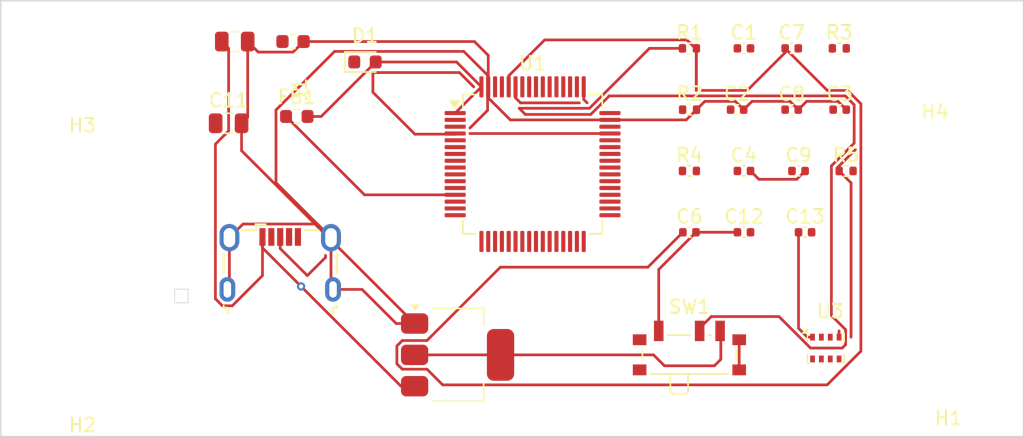
<source format=kicad_pcb>
(kicad_pcb (version 20241229) (generator "pcbnew") (generator_version "9.0")
  (layers (0 "F.Cu" signal) (2 "B.Cu" signal) (13 "F.Paste" user) (15 "B.Paste" user) (5 "F.SilkS" user "F.Silkscreen") (7 "B.SilkS" user "B.Silkscreen") (1 "F.Mask" user) (3 "B.Mask" user) (25 "Edge.Cuts" user))
  (net 0 "")
  (net 1 "GND")
  (net 2 "+3.3V")
  (net 3 "+3.3VA")
  (net 4 "/NRST")
  (net 5 "VBUS")
  (net 6 "Net-(D1-K)")
  (net 8 "/USB_OTG_FS_DM-")
  (net 9 "/USB_OTG_FS_DP+")
  (net 10 "/SW_BOOT0")
  (net 11 "/BOOT0")
  (net 12 "Net-(U3-SDO)")
  (net 13 "/I2C1_SCL")
  (net 14 "/I2C1_SDA")
  (net 26 "unconnected-(U1-PA14-Pad49)")
  (net 60 "unconnected-(U1-PC15-Pad4)")
  (footprint "Capacitor_SMD:C_0402_1005Metric" (layer "F.Cu") (at 166.5 96)
    (property "Reference" "C6" (at 0 -1.16 0) (layer "F.SilkS"))
    (property "Value" "10n")
    (fp_line (start -0.107836 -0.36) (end 0.107836 -0.36) (stroke (width 0.12)) (layer "F.SilkS"))
    (fp_line (start -0.107836 0.36) (end 0.107836 0.36) (stroke (width 0.12)) (layer "F.SilkS"))
    (pad "1" smd roundrect (at -0.48 0) (size 0.56 0.62) (layers "F.Cu" "F.Mask" "F.Paste") (net 3 "+3.3VA"))
    (pad "2" smd roundrect (at 0.48 0) (size 0.56 0.62) (layers "F.Cu" "F.Mask" "F.Paste") (net 1 "GND"))
  )
  (footprint "Connector_USB:USB_Micro-B_Wuerth_629105150521" (layer "F.Cu") (at 136.495 98.245)
    (property "Reference" "J1" (at 1.4375 -12.725 270) (layer "F.SilkS"))
    (property "Value" "USB_B_Micro")
    (fp_line (start -4.15 -0.65) (end -4.15 0.75) (stroke (width 0.15)) (layer "F.SilkS"))
    (fp_line (start -4.15 3.15) (end -4.15 3.3) (stroke (width 0.15)) (layer "F.SilkS"))
    (fp_line (start -4.15 3.3) (end -3.85 3.3) (stroke (width 0.15)) (layer "F.SilkS"))
    (fp_line (start -3.85 3.3) (end -3.85 3.75) (stroke (width 0.15)) (layer "F.SilkS"))
    (fp_line (start -1.8 -2.825) (end -1.8 -2.4) (stroke (width 0.15)) (layer "F.SilkS"))
    (fp_line (start -1.8 -2.4) (end -2.8 -2.4) (stroke (width 0.15)) (layer "F.SilkS"))
    (fp_line (start -1.075 -2.825) (end -1.8 -2.825) (stroke (width 0.15)) (layer "F.SilkS"))
    (fp_line (start 1.8 -2.4) (end 2.8 -2.4) (stroke (width 0.15)) (layer "F.SilkS"))
    (fp_line (start 3.85 3.3) (end 4.15 3.3) (stroke (width 0.15)) (layer "F.SilkS"))
    (fp_line (start 3.85 3.75) (end 3.85 3.3) (stroke (width 0.15)) (layer "F.SilkS"))
    (fp_line (start 4.15 0.75) (end 4.15 -0.65) (stroke (width 0.15)) (layer "F.SilkS"))
    (fp_line (start 4.15 3.3) (end 4.15 3.15) (stroke (width 0.15)) (layer "F.SilkS"))
    (pad "" np_thru_hole oval (at -2.5 -0.8) (size 0.8 0.8) (drill 0.8) (layers "*.Cu" "*.Mask"))
    (pad "" np_thru_hole oval (at 2.5 -0.8) (size 0.8 0.8) (drill 0.8) (layers "*.Cu" "*.Mask"))
    (pad "1" smd rect (at -1.3 -1.9) (size 0.45 1.3) (layers "F.Cu" "F.Mask" "F.Paste") (net 5 "VBUS"))
    (pad "2" smd rect (at -0.65 -1.9) (size 0.45 1.3) (layers "F.Cu" "F.Mask" "F.Paste") (net 8 "/USB_OTG_FS_DM-"))
    (pad "3" smd rect (at 0 -1.9) (size 0.45 1.3) (layers "F.Cu" "F.Mask" "F.Paste") (net 9 "/USB_OTG_FS_DP+"))
    (pad "4" smd rect (at 0.65 -1.9) (size 0.45 1.3) (layers "F.Cu" "F.Mask" "F.Paste"))
    (pad "5" smd rect (at 1.3 -1.9) (size 0.45 1.3) (layers "F.Cu" "F.Mask" "F.Paste") (net 1 "GND"))
    (pad "6" thru_hole oval (at -3.875 1.95) (size 1.15 1.8) (drill oval 0.55 1.2) (property pad_prop_heatsink) (layers "*.Cu" "*.Mask") (net 1 "GND"))
    (pad "6" thru_hole oval (at -3.725 -1.85) (size 1.45 2) (drill oval 0.85 1.4) (property pad_prop_heatsink) (layers "*.Cu" "*.Mask") (net 1 "GND"))
    (pad "6" thru_hole oval (at 3.725 -1.85) (size 1.45 2) (drill oval 0.85 1.4) (property pad_prop_heatsink) (layers "*.Cu" "*.Mask") (net 1 "GND"))
    (pad "6" thru_hole oval (at 3.875 1.95) (size 1.15 1.8) (drill oval 0.55 1.2) (property pad_prop_heatsink) (layers "*.Cu" "*.Mask") (net 1 "GND"))
  )
  (footprint "Capacitor_SMD:C_0402_1005Metric" (layer "F.Cu") (at 170.5 82.5)
    (property "Reference" "C1" (at 0 -1.16 0) (layer "F.SilkS"))
    (property "Value" "100n")
    (fp_line (start -0.107836 -0.36) (end 0.107836 -0.36) (stroke (width 0.12)) (layer "F.SilkS"))
    (fp_line (start -0.107836 0.36) (end 0.107836 0.36) (stroke (width 0.12)) (layer "F.SilkS"))
    (pad "1" smd roundrect (at -0.48 0) (size 0.56 0.62) (layers "F.Cu" "F.Mask" "F.Paste") (net 2 "+3.3V"))
    (pad "2" smd roundrect (at 0.48 0) (size 0.56 0.62) (layers "F.Cu" "F.Mask" "F.Paste") (net 1 "GND"))
  )
  (footprint "Capacitor_SMD:C_0402_1005Metric" (layer "F.Cu") (at 174 87)
    (property "Reference" "C8" (at 0 -1.16 0) (layer "F.SilkS"))
    (property "Value" "1u")
    (fp_line (start -0.107836 -0.36) (end 0.107836 -0.36) (stroke (width 0.12)) (layer "F.SilkS"))
    (fp_line (start -0.107836 0.36) (end 0.107836 0.36) (stroke (width 0.12)) (layer "F.SilkS"))
    (pad "1" smd roundrect (at -0.48 0) (size 0.56 0.62) (layers "F.Cu" "F.Mask" "F.Paste") (net 2 "+3.3V"))
    (pad "2" smd roundrect (at 0.48 0) (size 0.56 0.62) (layers "F.Cu" "F.Mask" "F.Paste") (net 1 "GND"))
  )
  (footprint "Capacitor_SMD:C_0402_1005Metric" (layer "F.Cu") (at 174 82.5)
    (property "Reference" "C7" (at 0 -1.16 0) (layer "F.SilkS"))
    (property "Value" "1u")
    (fp_line (start -0.107836 -0.36) (end 0.107836 -0.36) (stroke (width 0.12)) (layer "F.SilkS"))
    (fp_line (start -0.107836 0.36) (end 0.107836 0.36) (stroke (width 0.12)) (layer "F.SilkS"))
    (pad "1" smd roundrect (at -0.48 0) (size 0.56 0.62) (layers "F.Cu" "F.Mask" "F.Paste") (net 3 "+3.3VA"))
    (pad "2" smd roundrect (at 0.48 0) (size 0.56 0.62) (layers "F.Cu" "F.Mask" "F.Paste") (net 1 "GND"))
  )
  (footprint "Inductor_SMD:L_0603_1608Metric" (layer "F.Cu") (at 137.7125 87.5)
    (property "Reference" "FB1" (at 0 -1.43 0) (layer "F.SilkS"))
    (property "Value" "120R")
    (fp_line (start -0.162779 -0.51) (end 0.162779 -0.51) (stroke (width 0.12)) (layer "F.SilkS"))
    (fp_line (start -0.162779 0.51) (end 0.162779 0.51) (stroke (width 0.12)) (layer "F.SilkS"))
    (pad "1" smd roundrect (at -0.7875 0) (size 0.875 0.95) (layers "F.Cu" "F.Mask" "F.Paste") (net 3 "+3.3VA"))
    (pad "2" smd roundrect (at 0.7875 0) (size 0.875 0.95) (layers "F.Cu" "F.Mask" "F.Paste") (net 2 "+3.3V"))
  )
  (footprint "Resistor_SMD:R_0402_1005Metric" (layer "F.Cu") (at 166.5 91.5)
    (property "Reference" "R4" (at 0 -1.17 0) (layer "F.SilkS"))
    (property "Value" "10k")
    (fp_line (start -0.153641 -0.38) (end 0.153641 -0.38) (stroke (width 0.12)) (layer "F.SilkS"))
    (fp_line (start -0.153641 0.38) (end 0.153641 0.38) (stroke (width 0.12)) (layer "F.SilkS"))
    (pad "1" smd roundrect (at -0.51 0) (size 0.54 0.64) (layers "F.Cu" "F.Mask" "F.Paste") (net 13 "/I2C1_SCL"))
    (pad "2" smd roundrect (at 0.51 0) (size 0.54 0.64) (layers "F.Cu" "F.Mask" "F.Paste") (net 2 "+3.3V"))
  )
  (footprint "Capacitor_SMD:C_0402_1005Metric" (layer "F.Cu") (at 174.98 96)
    (property "Reference" "C13" (at 0 -1.16 0) (layer "F.SilkS"))
    (property "Value" "100n")
    (fp_line (start -0.107836 -0.36) (end 0.107836 -0.36) (stroke (width 0.12)) (layer "F.SilkS"))
    (fp_line (start -0.107836 0.36) (end 0.107836 0.36) (stroke (width 0.12)) (layer "F.SilkS"))
    (pad "1" smd roundrect (at -0.48 0) (size 0.56 0.62) (layers "F.Cu" "F.Mask" "F.Paste") (net 1 "GND"))
    (pad "2" smd roundrect (at 0.48 0) (size 0.56 0.62) (layers "F.Cu" "F.Mask" "F.Paste") (net 2 "+3.3V"))
  )
  (footprint "MountingHole:MountingHole_2.2mm_M2" (layer "F.Cu") (at 122 107 180)
    (property "Reference" "H2" (at 0 -3.15 0) (layer "F.SilkS"))
    (property "Value" "MountingHole")
    (pad "" np_thru_hole circle (at 0 0 180) (size 2.2 2.2) (drill 2.2) (layers "*.Cu" "*.Mask"))
  )
  (footprint "Capacitor_SMD:C_0805_2012Metric" (layer "F.Cu") (at 133.1625 82)
    (property "Reference" "C10" (hide yes))
    (property "Value" "22u")
    (fp_line (start -0.261252 -0.735) (end 0.261252 -0.735) (stroke (width 0.12)) (layer "F.SilkS"))
    (fp_line (start -0.261252 0.735) (end 0.261252 0.735) (stroke (width 0.12)) (layer "F.SilkS"))
    (pad "1" smd roundrect (at -0.95 0) (size 1 1.45) (layers "F.Cu" "F.Mask" "F.Paste") (net 5 "VBUS"))
    (pad "2" smd roundrect (at 0.95 0) (size 1 1.45) (layers "F.Cu" "F.Mask" "F.Paste") (net 1 "GND"))
  )
  (footprint "Package_LGA:Bosch_LGA-8_2x2.5mm_P0.65mm_ClockwisePinNumbering" (layer "F.Cu") (at 176.5 104.5)
    (property "Reference" "U3" (at 0.325 -2.7 0) (layer "F.SilkS"))
    (property "Value" "BMP280")
    (fp_line (start -1.35 -0.46) (end -1.35 -0.9) (stroke (width 0.1)) (layer "F.SilkS"))
    (fp_line (start -1.35 1.1) (end -1.35 0.46) (stroke (width 0.1)) (layer "F.SilkS"))
    (fp_line (start -1.35 1.1) (end -1.2 1.1) (stroke (width 0.1)) (layer "F.SilkS"))
    (fp_line (start 1.075 1.075) (end 1.225 1.075) (stroke (width 0.1)) (layer "F.SilkS"))
    (fp_line (start 1.2 -1.1) (end 1.35 -1.1) (stroke (width 0.1)) (layer "F.SilkS"))
    (fp_line (start 1.35 -0.46) (end 1.35 -1.1) (stroke (width 0.1)) (layer "F.SilkS"))
    (fp_line (start 1.35 1.1) (end 1.35 0.46) (stroke (width 0.1)) (layer "F.SilkS"))
    (fp_poly (pts (xy -1.35 -1.1) (xy -1.71 -1.1) (xy -1.35 -1.46) (xy -1.35 -1.1)) (stroke (width 0.1)) (fill yes) (layer "F.SilkS"))
    (pad "1" smd rect (at -0.975 -0.8 90) (size 0.5 0.35) (layers "F.Cu" "F.Mask" "F.Paste") (net 1 "GND"))
    (pad "2" smd rect (at -0.325 -0.8 90) (size 0.5 0.35) (layers "F.Cu" "F.Mask" "F.Paste") (net 2 "+3.3V"))
    (pad "3" smd rect (at 0.325 -0.8 90) (size 0.5 0.35) (layers "F.Cu" "F.Mask" "F.Paste") (net 14 "/I2C1_SDA"))
    (pad "4" smd rect (at 0.975 -0.8 90) (size 0.5 0.35) (layers "F.Cu" "F.Mask" "F.Paste") (net 13 "/I2C1_SCL"))
    (pad "5" smd rect (at 0.975 0.8 90) (size 0.5 0.35) (layers "F.Cu" "F.Mask" "F.Paste") (net 12 "Net-(U3-SDO)"))
    (pad "6" smd rect (at 0.325 0.8 90) (size 0.5 0.35) (layers "F.Cu" "F.Mask" "F.Paste") (net 2 "+3.3V"))
    (pad "7" smd rect (at -0.325 0.8 90) (size 0.5 0.35) (layers "F.Cu" "F.Mask" "F.Paste") (net 1 "GND"))
    (pad "8" smd rect (at -0.975 0.8 90) (size 0.5 0.35) (layers "F.Cu" "F.Mask" "F.Paste") (net 2 "+3.3V"))
  )
  (footprint "MountingHole:MountingHole_2.2mm_M2" (layer "F.Cu") (at 185.5 106.5 180)
    (property "Reference" "H1" (at 0 -3.15 0) (layer "F.SilkS"))
    (property "Value" "MountingHole")
    (pad "" np_thru_hole circle (at 0 0 180) (size 2.2 2.2) (drill 2.2) (layers "*.Cu" "*.Mask"))
  )
  (footprint "Capacitor_SMD:C_0805_2012Metric" (layer "F.Cu") (at 132.7125 88)
    (property "Reference" "C11" (at 0 -1.68 0) (layer "F.SilkS"))
    (property "Value" "22u")
    (fp_line (start -0.261252 -0.735) (end 0.261252 -0.735) (stroke (width 0.12)) (layer "F.SilkS"))
    (fp_line (start -0.261252 0.735) (end 0.261252 0.735) (stroke (width 0.12)) (layer "F.SilkS"))
    (pad "1" smd roundrect (at -0.95 0) (size 1 1.45) (layers "F.Cu" "F.Mask" "F.Paste") (net 2 "+3.3V"))
    (pad "2" smd roundrect (at 0.95 0) (size 1 1.45) (layers "F.Cu" "F.Mask" "F.Paste") (net 1 "GND"))
  )
  (footprint "Resistor_SMD:R_0402_1005Metric" (layer "F.Cu") (at 166.5 82.5)
    (property "Reference" "R1" (at 0 -1.17 0) (layer "F.SilkS"))
    (property "Value" "10k")
    (fp_line (start -0.153641 -0.38) (end 0.153641 -0.38) (stroke (width 0.12)) (layer "F.SilkS"))
    (fp_line (start -0.153641 0.38) (end 0.153641 0.38) (stroke (width 0.12)) (layer "F.SilkS"))
    (pad "1" smd roundrect (at -0.51 0) (size 0.54 0.64) (layers "F.Cu" "F.Mask" "F.Paste") (net 10 "/SW_BOOT0"))
    (pad "2" smd roundrect (at 0.51 0) (size 0.54 0.64) (layers "F.Cu" "F.Mask" "F.Paste") (net 11 "/BOOT0"))
  )
  (footprint "Package_TO_SOT_SMD:SOT-223-3_TabPin2" (layer "F.Cu") (at 149.5 105)
    (property "Reference" "U2" (hide yes))
    (property "Value" "AMS1117-3.3")
    (fp_line (start -1.85 -3.41) (end 1.91 -3.41) (stroke (width 0.12)) (layer "F.SilkS"))
    (fp_line (start -1.85 3.41) (end 1.91 3.41) (stroke (width 0.12)) (layer "F.SilkS"))
    (fp_line (start 1.91 -3.41) (end 1.91 -2.15) (stroke (width 0.12)) (layer "F.SilkS"))
    (fp_line (start 1.91 3.41) (end 1.91 2.15) (stroke (width 0.12)) (layer "F.SilkS"))
    (fp_poly (pts (xy -3.13 -3.31) (xy -3.37 -3.64) (xy -2.89 -3.64) (xy -3.13 -3.31)) (stroke (width 0.12)) (fill yes) (layer "F.SilkS"))
    (pad "1" smd roundrect (at -3.15 -2.3) (size 2 1.5) (layers "F.Cu" "F.Mask" "F.Paste") (net 1 "GND"))
    (pad "2" smd roundrect (at -3.15 0) (size 2 1.5) (layers "F.Cu" "F.Mask" "F.Paste") (net 2 "+3.3V"))
    (pad "2" smd roundrect (at 3.15 0) (size 2 3.8) (layers "F.Cu" "F.Mask" "F.Paste") (net 2 "+3.3V"))
    (pad "3" smd roundrect (at -3.15 2.3) (size 2 1.5) (layers "F.Cu" "F.Mask" "F.Paste") (net 5 "VBUS"))
  )
  (footprint "Package_QFP:LQFP-64_10x10mm_P0.5mm" (layer "F.Cu") (at 155 91)
    (property "Reference" "U1" (at 0 -7.4 0) (layer "F.SilkS"))
    (property "Value" "STM32L476RGTx")
    (fp_line (start -5.11 -5.11) (end -5.11 -4.16) (stroke (width 0.12)) (layer "F.SilkS"))
    (fp_line (start -5.11 5.11) (end -5.11 4.16) (stroke (width 0.12)) (layer "F.SilkS"))
    (fp_line (start -4.16 -5.11) (end -5.11 -5.11) (stroke (width 0.12)) (layer "F.SilkS"))
    (fp_line (start -4.16 5.11) (end -5.11 5.11) (stroke (width 0.12)) (layer "F.SilkS"))
    (fp_line (start 4.16 -5.11) (end 5.11 -5.11) (stroke (width 0.12)) (layer "F.SilkS"))
    (fp_line (start 4.16 5.11) (end 5.11 5.11) (stroke (width 0.12)) (layer "F.SilkS"))
    (fp_line (start 5.11 -5.11) (end 5.11 -4.16) (stroke (width 0.12)) (layer "F.SilkS"))
    (fp_line (start 5.11 5.11) (end 5.11 4.16) (stroke (width 0.12)) (layer "F.SilkS"))
    (fp_poly (pts (xy -5.725 -4.16) (xy -6.065 -4.63) (xy -5.385 -4.63)) (stroke (width 0.12)) (fill yes) (layer "F.SilkS"))
    (pad "1" smd roundrect (at -5.675 -3.75) (size 1.55 0.3) (layers "F.Cu" "F.Mask" "F.Paste") (net 2 "+3.3V"))
    (pad "2" smd roundrect (at -5.675 -3.25) (size 1.55 0.3) (layers "F.Cu" "F.Mask" "F.Paste"))
    (pad "3" smd roundrect (at -5.675 -2.75) (size 1.55 0.3) (layers "F.Cu" "F.Mask" "F.Paste"))
    (pad "4" smd roundrect (at -5.675 -2.25) (size 1.55 0.3) (layers "F.Cu" "F.Mask" "F.Paste") (net 60 "unconnected-(U1-PC15-Pad4)"))
    (pad "5" smd roundrect (at -5.675 -1.75) (size 1.55 0.3) (layers "F.Cu" "F.Mask" "F.Paste"))
    (pad "6" smd roundrect (at -5.675 -1.25) (size 1.55 0.3) (layers "F.Cu" "F.Mask" "F.Paste"))
    (pad "7" smd roundrect (at -5.675 -0.75) (size 1.55 0.3) (layers "F.Cu" "F.Mask" "F.Paste") (net 4 "/NRST"))
    (pad "8" smd roundrect (at -5.675 -0.25) (size 1.55 0.3) (layers "F.Cu" "F.Mask" "F.Paste"))
    (pad "9" smd roundrect (at -5.675 0.25) (size 1.55 0.3) (layers "F.Cu" "F.Mask" "F.Paste"))
    (pad "10" smd roundrect (at -5.675 0.75) (size 1.55 0.3) (layers "F.Cu" "F.Mask" "F.Paste"))
    (pad "11" smd roundrect (at -5.675 1.25) (size 1.55 0.3) (layers "F.Cu" "F.Mask" "F.Paste"))
    (pad "12" smd roundrect (at -5.675 1.75) (size 1.55 0.3) (layers "F.Cu" "F.Mask" "F.Paste") (net 1 "GND"))
    (pad "13" smd roundrect (at -5.675 2.25) (size 1.55 0.3) (layers "F.Cu" "F.Mask" "F.Paste") (net 3 "+3.3VA"))
    (pad "14" smd roundrect (at -5.675 2.75) (size 1.55 0.3) (layers "F.Cu" "F.Mask" "F.Paste"))
    (pad "15" smd roundrect (at -5.675 3.25) (size 1.55 0.3) (layers "F.Cu" "F.Mask" "F.Paste"))
    (pad "16" smd roundrect (at -5.675 3.75) (size 1.55 0.3) (layers "F.Cu" "F.Mask" "F.Paste"))
    (pad "17" smd roundrect (at -3.75 5.675) (size 0.3 1.55) (layers "F.Cu" "F.Mask" "F.Paste"))
    (pad "18" smd roundrect (at -3.25 5.675) (size 0.3 1.55) (layers "F.Cu" "F.Mask" "F.Paste") (net 1 "GND"))
    (pad "19" smd roundrect (at -2.75 5.675) (size 0.3 1.55) (layers "F.Cu" "F.Mask" "F.Paste") (net 2 "+3.3V"))
    (pad "20" smd roundrect (at -2.25 5.675) (size 0.3 1.55) (layers "F.Cu" "F.Mask" "F.Paste"))
    (pad "21" smd roundrect (at -1.75 5.675) (size 0.3 1.55) (layers "F.Cu" "F.Mask" "F.Paste"))
    (pad "22" smd roundrect (at -1.25 5.675) (size 0.3 1.55) (layers "F.Cu" "F.Mask" "F.Paste"))
    (pad "23" smd roundrect (at -0.75 5.675) (size 0.3 1.55) (layers "F.Cu" "F.Mask" "F.Paste"))
    (pad "24" smd roundrect (at -0.25 5.675) (size 0.3 1.55) (layers "F.Cu" "F.Mask" "F.Paste"))
    (pad "25" smd roundrect (at 0.25 5.675) (size 0.3 1.55) (layers "F.Cu" "F.Mask" "F.Paste"))
    (pad "26" smd roundrect (at 0.75 5.675) (size 0.3 1.55) (layers "F.Cu" "F.Mask" "F.Paste"))
    (pad "27" smd roundrect (at 1.25 5.675) (size 0.3 1.55) (layers "F.Cu" "F.Mask" "F.Paste"))
    (pad "28" smd roundrect (at 1.75 5.675) (size 0.3 1.55) (layers "F.Cu" "F.Mask" "F.Paste"))
    (pad "29" smd roundrect (at 2.25 5.675) (size 0.3 1.55) (layers "F.Cu" "F.Mask" "F.Paste"))
    (pad "30" smd roundrect (at 2.75 5.675) (size 0.3 1.55) (layers "F.Cu" "F.Mask" "F.Paste"))
    (pad "31" smd roundrect (at 3.25 5.675) (size 0.3 1.55) (layers "F.Cu" "F.Mask" "F.Paste") (net 1 "GND"))
    (pad "32" smd roundrect (at 3.75 5.675) (size 0.3 1.55) (layers "F.Cu" "F.Mask" "F.Paste") (net 2 "+3.3V"))
    (pad "33" smd roundrect (at 5.675 3.75) (size 1.55 0.3) (layers "F.Cu" "F.Mask" "F.Paste"))
    (pad "34" smd roundrect (at 5.675 3.25) (size 1.55 0.3) (layers "F.Cu" "F.Mask" "F.Paste"))
    (pad "35" smd roundrect (at 5.675 2.75) (size 1.55 0.3) (layers "F.Cu" "F.Mask" "F.Paste"))
    (pad "36" smd roundrect (at 5.675 2.25) (size 1.55 0.3) (layers "F.Cu" "F.Mask" "F.Paste"))
    (pad "37" smd roundrect (at 5.675 1.75) (size 1.55 0.3) (layers "F.Cu" "F.Mask" "F.Paste"))
    (pad "38" smd roundrect (at 5.675 1.25) (size 1.55 0.3) (layers "F.Cu" "F.Mask" "F.Paste"))
    (pad "39" smd roundrect (at 5.675 0.75) (size 1.55 0.3) (layers "F.Cu" "F.Mask" "F.Paste"))
    (pad "40" smd roundrect (at 5.675 0.25) (size 1.55 0.3) (layers "F.Cu" "F.Mask" "F.Paste"))
    (pad "41" smd roundrect (at 5.675 -0.25) (size 1.55 0.3) (layers "F.Cu" "F.Mask" "F.Paste"))
    (pad "42" smd roundrect (at 5.675 -0.75) (size 1.55 0.3) (layers "F.Cu" "F.Mask" "F.Paste"))
    (pad "43" smd roundrect (at 5.675 -1.25) (size 1.55 0.3) (layers "F.Cu" "F.Mask" "F.Paste"))
    (pad "44" smd roundrect (at 5.675 -1.75) (size 1.55 0.3) (layers "F.Cu" "F.Mask" "F.Paste") (net 8 "/USB_OTG_FS_DM-"))
    (pad "45" smd roundrect (at 5.675 -2.25) (size 1.55 0.3) (layers "F.Cu" "F.Mask" "F.Paste") (net 9 "/USB_OTG_FS_DP+"))
    (pad "46" smd roundrect (at 5.675 -2.75) (size 1.55 0.3) (layers "F.Cu" "F.Mask" "F.Paste"))
    (pad "47" smd roundrect (at 5.675 -3.25) (size 1.55 0.3) (layers "F.Cu" "F.Mask" "F.Paste") (net 1 "GND"))
    (pad "48" smd roundrect (at 5.675 -3.75) (size 1.55 0.3) (layers "F.Cu" "F.Mask" "F.Paste"))
    (pad "49" smd roundrect (at 3.75 -5.675) (size 0.3 1.55) (layers "F.Cu" "F.Mask" "F.Paste") (net 26 "unconnected-(U1-PA14-Pad49)"))
    (pad "50" smd roundrect (at 3.25 -5.675) (size 0.3 1.55) (layers "F.Cu" "F.Mask" "F.Paste"))
    (pad "51" smd roundrect (at 2.75 -5.675) (size 0.3 1.55) (layers "F.Cu" "F.Mask" "F.Paste"))
    (pad "52" smd roundrect (at 2.25 -5.675) (size 0.3 1.55) (layers "F.Cu" "F.Mask" "F.Paste"))
    (pad "53" smd roundrect (at 1.75 -5.675) (size 0.3 1.55) (layers "F.Cu" "F.Mask" "F.Paste"))
    (pad "54" smd roundrect (at 1.25 -5.675) (size 0.3 1.55) (layers "F.Cu" "F.Mask" "F.Paste"))
    (pad "55" smd roundrect (at 0.75 -5.675) (size 0.3 1.55) (layers "F.Cu" "F.Mask" "F.Paste"))
    (pad "56" smd roundrect (at 0.25 -5.675) (size 0.3 1.55) (layers "F.Cu" "F.Mask" "F.Paste"))
    (pad "57" smd roundrect (at -0.25 -5.675) (size 0.3 1.55) (layers "F.Cu" "F.Mask" "F.Paste"))
    (pad "58" smd roundrect (at -0.75 -5.675) (size 0.3 1.55) (layers "F.Cu" "F.Mask" "F.Paste") (net 13 "/I2C1_SCL"))
    (pad "59" smd roundrect (at -1.25 -5.675) (size 0.3 1.55) (layers "F.Cu" "F.Mask" "F.Paste") (net 14 "/I2C1_SDA"))
    (pad "60" smd roundrect (at -1.75 -5.675) (size 0.3 1.55) (layers "F.Cu" "F.Mask" "F.Paste") (net 11 "/BOOT0"))
    (pad "61" smd roundrect (at -2.25 -5.675) (size 0.3 1.55) (layers "F.Cu" "F.Mask" "F.Paste"))
    (pad "62" smd roundrect (at -2.75 -5.675) (size 0.3 1.55) (layers "F.Cu" "F.Mask" "F.Paste"))
    (pad "63" smd roundrect (at -3.25 -5.675) (size 0.3 1.55) (layers "F.Cu" "F.Mask" "F.Paste") (net 1 "GND"))
    (pad "64" smd roundrect (at -3.75 -5.675) (size 0.3 1.55) (layers "F.Cu" "F.Mask" "F.Paste") (net 2 "+3.3V"))
  )
  (footprint "Resistor_SMD:R_0402_1005Metric" (layer "F.Cu") (at 177.49 82.5)
    (property "Reference" "R3" (at 0 -1.17 0) (layer "F.SilkS"))
    (property "Value" "10k")
    (fp_line (start -0.153641 -0.38) (end 0.153641 -0.38) (stroke (width 0.12)) (layer "F.SilkS"))
    (fp_line (start -0.153641 0.38) (end 0.153641 0.38) (stroke (width 0.12)) (layer "F.SilkS"))
    (pad "1" smd roundrect (at -0.51 0) (size 0.54 0.64) (layers "F.Cu" "F.Mask" "F.Paste") (net 1 "GND"))
    (pad "2" smd roundrect (at 0.51 0) (size 0.54 0.64) (layers "F.Cu" "F.Mask" "F.Paste") (net 12 "Net-(U3-SDO)"))
  )
  (footprint "Capacitor_SMD:C_0402_1005Metric" (layer "F.Cu") (at 177.52 87)
    (property "Reference" "C3" (at 0 -1.16 0) (layer "F.SilkS"))
    (property "Value" "100n")
    (fp_line (start -0.107836 -0.36) (end 0.107836 -0.36) (stroke (width 0.12)) (layer "F.SilkS"))
    (fp_line (start -0.107836 0.36) (end 0.107836 0.36) (stroke (width 0.12)) (layer "F.SilkS"))
    (pad "1" smd roundrect (at -0.48 0) (size 0.56 0.62) (layers "F.Cu" "F.Mask" "F.Paste") (net 2 "+3.3V"))
    (pad "2" smd roundrect (at 0.48 0) (size 0.56 0.62) (layers "F.Cu" "F.Mask" "F.Paste") (net 1 "GND"))
  )
  (footprint "LED_SMD:LED_0603_1608Metric" (layer "F.Cu") (at 142.7125 83.5)
    (property "Reference" "D1" (at 0 -1.93 0) (layer "F.SilkS"))
    (property "Value" "RED")
    (fp_line (start -1.485 -0.735) (end -1.485 0.735) (stroke (width 0.12)) (layer "F.SilkS"))
    (fp_line (start -1.485 0.735) (end 0.8 0.735) (stroke (width 0.12)) (layer "F.SilkS"))
    (fp_line (start 0.8 -0.735) (end -1.485 -0.735) (stroke (width 0.12)) (layer "F.SilkS"))
    (pad "1" smd roundrect (at -0.7875 0) (size 0.875 0.95) (layers "F.Cu" "F.Mask" "F.Paste") (net 6 "Net-(D1-K)"))
    (pad "2" smd roundrect (at 0.7875 0) (size 0.875 0.95) (layers "F.Cu" "F.Mask" "F.Paste") (net 2 "+3.3V"))
  )
  (footprint "Capacitor_SMD:C_0402_1005Metric" (layer "F.Cu") (at 170.5 91.5)
    (property "Reference" "C4" (at 0 -1.16 0) (layer "F.SilkS"))
    (property "Value" "100n")
    (fp_line (start -0.107836 -0.36) (end 0.107836 -0.36) (stroke (width 0.12)) (layer "F.SilkS"))
    (fp_line (start -0.107836 0.36) (end 0.107836 0.36) (stroke (width 0.12)) (layer "F.SilkS"))
    (pad "1" smd roundrect (at -0.48 0) (size 0.56 0.62) (layers "F.Cu" "F.Mask" "F.Paste") (net 2 "+3.3V"))
    (pad "2" smd roundrect (at 0.48 0) (size 0.56 0.62) (layers "F.Cu" "F.Mask" "F.Paste") (net 1 "GND"))
  )
  (footprint "Resistor_SMD:R_0402_1005Metric" (layer "F.Cu") (at 166.51 87)
    (property "Reference" "R2" (at 0 -1.17 0) (layer "F.SilkS"))
    (property "Value" "1k")
    (fp_line (start -0.153641 -0.38) (end 0.153641 -0.38) (stroke (width 0.12)) (layer "F.SilkS"))
    (fp_line (start -0.153641 0.38) (end 0.153641 0.38) (stroke (width 0.12)) (layer "F.SilkS"))
    (pad "1" smd roundrect (at -0.51 0) (size 0.54 0.64) (layers "F.Cu" "F.Mask" "F.Paste") (net 6 "Net-(D1-K)"))
    (pad "2" smd roundrect (at 0.51 0) (size 0.54 0.64) (layers "F.Cu" "F.Mask" "F.Paste") (net 1 "GND"))
  )
  (footprint "Capacitor_SMD:C_0402_1005Metric" (layer "F.Cu") (at 174.5 91.5)
    (property "Reference" "C9" (at 0 -1.16 0) (layer "F.SilkS"))
    (property "Value" "100n")
    (fp_line (start -0.107836 -0.36) (end 0.107836 -0.36) (stroke (width 0.12)) (layer "F.SilkS"))
    (fp_line (start -0.107836 0.36) (end 0.107836 0.36) (stroke (width 0.12)) (layer "F.SilkS"))
    (pad "1" smd roundrect (at -0.48 0) (size 0.56 0.62) (layers "F.Cu" "F.Mask" "F.Paste") (net 4 "/NRST"))
    (pad "2" smd roundrect (at 0.48 0) (size 0.56 0.62) (layers "F.Cu" "F.Mask" "F.Paste") (net 1 "GND"))
  )
  (footprint "Capacitor_SMD:C_0402_1005Metric" (layer "F.Cu") (at 170 87)
    (property "Reference" "C2" (at 0 -1.16 0) (layer "F.SilkS"))
    (property "Value" "100n")
    (fp_line (start -0.107836 -0.36) (end 0.107836 -0.36) (stroke (width 0.12)) (layer "F.SilkS"))
    (fp_line (start -0.107836 0.36) (end 0.107836 0.36) (stroke (width 0.12)) (layer "F.SilkS"))
    (pad "1" smd roundrect (at -0.48 0) (size 0.56 0.62) (layers "F.Cu" "F.Mask" "F.Paste") (net 2 "+3.3V"))
    (pad "2" smd roundrect (at 0.48 0) (size 0.56 0.62) (layers "F.Cu" "F.Mask" "F.Paste") (net 1 "GND"))
  )
  (footprint "Button_Switch_SMD:SW_SPDT_PCM12" (layer "F.Cu") (at 166.5 104.67)
    (property "Reference" "SW1" (at 0 -3.2 0) (layer "F.SilkS"))
    (property "Value" "SW_SPDT")
    (fp_line (start -3.45 -0.07) (end -3.45 0.72) (stroke (width 0.12)) (layer "F.SilkS"))
    (fp_line (start -2.85 1.73) (end 2.85 1.73) (stroke (width 0.12)) (layer "F.SilkS"))
    (fp_line (start -1.6 -1.12) (end 0.1 -1.12) (stroke (width 0.12)) (layer "F.SilkS"))
    (fp_line (start -1.4 1.73) (end -1.4 3.02) (stroke (width 0.12)) (layer "F.SilkS"))
    (fp_line (start -1.4 3.02) (end -1.2 3.23) (stroke (width 0.12)) (layer "F.SilkS"))
    (fp_line (start -1.2 3.23) (end -0.3 3.23) (stroke (width 0.12)) (layer "F.SilkS"))
    (fp_line (start -0.1 3.02) (end -0.3 3.23) (stroke (width 0.12)) (layer "F.SilkS"))
    (fp_line (start -0.1 3.02) (end -0.1 1.73) (stroke (width 0.12)) (layer "F.SilkS"))
    (fp_line (start 1.4 -1.12) (end 1.6 -1.12) (stroke (width 0.12)) (layer "F.SilkS"))
    (fp_line (start 3.45 0.72) (end 3.45 -0.07) (stroke (width 0.12)) (layer "F.SilkS"))
    (pad "" smd rect (at -3.65 -0.78) (size 1 0.8) (layers "F.Cu" "F.Mask" "F.Paste"))
    (pad "" smd rect (at -3.65 1.43) (size 1 0.8) (layers "F.Cu" "F.Mask" "F.Paste"))
    (pad "" np_thru_hole circle (at -1.5 0.33) (size 0.9 0.9) (drill 0.9) (layers "*.Cu" "*.Mask"))
    (pad "" np_thru_hole circle (at 1.5 0.33) (size 0.9 0.9) (drill 0.9) (layers "*.Cu" "*.Mask"))
    (pad "" smd rect (at 3.65 -0.78) (size 1 0.8) (layers "F.Cu" "F.Mask" "F.Paste"))
    (pad "" smd rect (at 3.65 1.43) (size 1 0.8) (layers "F.Cu" "F.Mask" "F.Paste"))
    (pad "1" smd rect (at -2.25 -1.43) (size 0.7 1.5) (layers "F.Cu" "F.Mask" "F.Paste") (net 1 "GND"))
    (pad "2" smd rect (at 0.75 -1.43) (size 0.7 1.5) (layers "F.Cu" "F.Mask" "F.Paste") (net 10 "/SW_BOOT0"))
    (pad "3" smd rect (at 2.25 -1.43) (size 0.7 1.5) (layers "F.Cu" "F.Mask" "F.Paste") (net 2 "+3.3V"))
  )
  (footprint "MountingHole:MountingHole_2.2mm_M2" (layer "F.Cu") (at 122 85 180)
    (property "Reference" "H3" (at 0 -3.15 0) (layer "F.SilkS"))
    (property "Value" "MountingHole")
    (pad "" np_thru_hole circle (at 0 0 180) (size 2.2 2.2) (drill 2.2) (layers "*.Cu" "*.Mask"))
  )
  (footprint "Capacitor_SMD:C_0402_1005Metric" (layer "F.Cu") (at 170.5 96)
    (property "Reference" "C12" (at 0 -1.16 0) (layer "F.SilkS"))
    (property "Value" "100n")
    (fp_line (start -0.107836 -0.36) (end 0.107836 -0.36) (stroke (width 0.12)) (layer "F.SilkS"))
    (fp_line (start -0.107836 0.36) (end 0.107836 0.36) (stroke (width 0.12)) (layer "F.SilkS"))
    (pad "1" smd roundrect (at -0.48 0) (size 0.56 0.62) (layers "F.Cu" "F.Mask" "F.Paste") (net 1 "GND"))
    (pad "2" smd roundrect (at 0.48 0) (size 0.56 0.62) (layers "F.Cu" "F.Mask" "F.Paste") (net 2 "+3.3V"))
  )
  (footprint "Capacitor_SMD:C_0603_1608Metric" (layer "F.Cu") (at 137.4375 82)
    (property "Reference" "C5" (hide yes))
    (property "Value" "10u")
    (fp_line (start -0.14058 -0.51) (end 0.14058 -0.51) (stroke (width 0.12)) (layer "F.SilkS"))
    (fp_line (start -0.14058 0.51) (end 0.14058 0.51) (stroke (width 0.12)) (layer "F.SilkS"))
    (pad "1" smd roundrect (at -0.775 0) (size 0.9 0.95) (layers "F.Cu" "F.Mask" "F.Paste") (net 2 "+3.3V"))
    (pad "2" smd roundrect (at 0.775 0) (size 0.9 0.95) (layers "F.Cu" "F.Mask" "F.Paste") (net 1 "GND"))
  )
  (footprint "Resistor_SMD:R_0402_1005Metric" (layer "F.Cu") (at 177.99 91.5)
    (property "Reference" "R5" (at 0 -1.17 0) (layer "F.SilkS"))
    (property "Value" "10k")
    (fp_line (start -0.153641 -0.38) (end 0.153641 -0.38) (stroke (width 0.12)) (layer "F.SilkS"))
    (fp_line (start -0.153641 0.38) (end 0.153641 0.38) (stroke (width 0.12)) (layer "F.SilkS"))
    (pad "1" smd roundrect (at -0.51 0) (size 0.54 0.64) (layers "F.Cu" "F.Mask" "F.Paste") (net 14 "/I2C1_SDA"))
    (pad "2" smd roundrect (at 0.51 0) (size 0.54 0.64) (layers "F.Cu" "F.Mask" "F.Paste") (net 2 "+3.3V"))
  )
  (footprint "MountingHole:MountingHole_2.2mm_M2" (layer "F.Cu") (at 184.5 84 180)
    (property "Reference" "H4" (at 0 -3.15 0) (layer "F.SilkS"))
    (property "Value" "MountingHole")
    (pad "" np_thru_hole circle (at 0 0 180) (size 2.2 2.2) (drill 2.2) (layers "*.Cu" "*.Mask"))
  )
  (gr_rect (start 116 79) (end 191 111) (stroke (width 0.1)) (fill no) (layer "Edge.Cuts"))
  (gr_rect (start 128.75 100.175) (end 129.75 101.175) (stroke (width 0.05)) (fill no) (layer "Edge.Cuts"))
  (segment (start 170.15 103.89) (end 170.15 106.1) (width 0.2) (layer "F.Cu") (net 0))
  (segment (start 175.091 86.389) (end 177.389 86.389) (width 0.2) (layer "F.Cu") (net 1))
  (segment (start 146.35 102.7) (end 145 102.7) (width 0.2) (layer "F.Cu") (net 1))
  (segment (start 134.8885 82.776) (end 137.4365 82.776) (width 0.2) (layer "F.Cu") (net 1))
  (segment (start 171.091 86.389) (end 173.869 86.389) (width 0.2) (layer "F.Cu") (net 1))
  (segment (start 133.6625 88) (end 133.6625 90.0125) (width 0.2) (layer "F.Cu") (net 1))
  (segment (start 169.869 86.389) (end 170.48 87) (width 0.2) (layer "F.Cu") (net 1))
  (segment (start 149.957824 82.724) (end 151.701 84.467176) (width 0.2) (layer "F.Cu") (net 1))
  (segment (start 142.495 100.195) (end 140.37 100.195) (width 0.2) (layer "F.Cu") (net 1))
  (segment (start 151.701 87.049) (end 150.401 88.349) (width 0.2) (layer "F.Cu") (net 1))
  (segment (start 151.75 83.016176) (end 151.75 85.325) (width 0.2) (layer "F.Cu") (net 1))
  (segment (start 134.1125 87.55) (end 133.6625 88) (width 0.2) (layer "F.Cu") (net 1))
  (segment (start 136.1865 87.0224) (end 140.4849 82.724) (width 0.2) (layer "F.Cu") (net 1))
  (segment (start 136.1865 92.3615) (end 136.1865 87.0224) (width 0.2) (layer "F.Cu") (net 1))
  (segment (start 151.75 86.133824) (end 153.366176 87.75) (width 0.2) (layer "F.Cu") (net 1))
  (segment (start 174.98 91.5) (end 174.369 92.111) (width 0.2) (layer "F.Cu") (net 1))
  (segment (start 140.22 96.395) (end 139.219 95.394) (width 0.2) (layer "F.Cu") (net 1))
  (segment (start 171.591 92.111) (end 170.98 91.5) (width 0.2) (layer "F.Cu") (net 1))
  (segment (start 173.869 86.389) (end 174.48 87) (width 0.2) (layer "F.Cu") (net 1))
  (segment (start 151.75 85.325) (end 151.75 86.133824) (width 0.2) (layer "F.Cu") (net 1))
  (segment (start 151.701 84.467176) (end 151.701 87.049) (width 0.2) (layer "F.Cu") (net 1))
  (segment (start 153.366176 87.75) (end 160.675 87.75) (width 0.2) (layer "F.Cu") (net 1))
  (segment (start 164.25 98.73) (end 166.98 96) (width 0.2) (layer "F.Cu") (net 1))
  (segment (start 175.148 103.7) (end 175.525 103.7) (width 0.2) (layer "F.Cu") (net 1))
  (segment (start 140.37 100.195) (end 140.37 99.63) (width 0.2) (layer "F.Cu") (net 1))
  (segment (start 140.22 96.395) (end 136.1865 92.3615) (width 0.2) (layer "F.Cu") (net 1))
  (segment (start 132.77 96.395) (end 132.77 100.045) (width 0.2) (layer "F.Cu") (net 1))
  (segment (start 134.1125 82) (end 134.1125 87.55) (width 0.2) (layer "F.Cu") (net 1))
  (segment (start 167.631 86.389) (end 169.869 86.389) (width 0.2) (layer "F.Cu") (net 1))
  (segment (start 166.98 96) (end 170.02 96) (width 0.2) (layer "F.Cu") (net 1))
  (segment (start 166.27 87.75) (end 167.02 87) (width 0.2) (layer "F.Cu") (net 1))
  (segment (start 164.25 103.24) (end 164.25 98.73) (width 0.2) (layer "F.Cu") (net 1))
  (segment (start 170.48 87) (end 171.091 86.389) (width 0.2) (layer "F.Cu") (net 1))
  (segment (start 138.2125 82) (end 150.733824 82) (width 0.2) (layer "F.Cu") (net 1))
  (segment (start 133.6625 90.0125) (end 146.35 102.7) (width 0.2) (layer "F.Cu") (net 1))
  (segment (start 134.1125 82) (end 134.8885 82.776) (width 0.2) (layer "F.Cu") (net 1))
  (segment (start 140.4849 82.724) (end 149.957824 82.724) (width 0.2) (layer "F.Cu") (net 1))
  (segment (start 140.22 99.48) (end 140.22 96.395) (width 0.2) (layer "F.Cu") (net 1))
  (segment (start 133.771 95.394) (end 132.77 96.395) (width 0.2) (layer "F.Cu") (net 1))
  (segment (start 174.369 92.111) (end 171.591 92.111) (width 0.2) (layer "F.Cu") (net 1))
  (segment (start 160.675 87.75) (end 166.27 87.75) (width 0.2) (layer "F.Cu") (net 1))
  (segment (start 174.5 103.052) (end 175.148 103.7) (width 0.2) (layer "F.Cu") (net 1))
  (segment (start 177.389 86.389) (end 178 87) (width 0.2) (layer "F.Cu") (net 1))
  (segment (start 167.02 87) (end 167.631 86.389) (width 0.2) (layer "F.Cu") (net 1))
  (segment (start 174.48 87) (end 175.091 86.389) (width 0.2) (layer "F.Cu") (net 1))
  (segment (start 174.5 96) (end 174.5 103.052) (width 0.2) (layer "F.Cu") (net 1))
  (segment (start 139.219 95.394) (end 133.771 95.394) (width 0.2) (layer "F.Cu") (net 1))
  (segment (start 132.77 100.045) (end 132.62 100.195) (width 0.2) (layer "F.Cu") (net 1))
  (segment (start 145 102.7) (end 142.495 100.195) (width 0.2) (layer "F.Cu") (net 1))
  (segment (start 150.733824 82) (end 151.75 83.016176) (width 0.2) (layer "F.Cu") (net 1))
  (segment (start 137.4365 82.776) (end 138.2125 82) (width 0.2) (layer "F.Cu") (net 1))
  (segment (start 140.37 99.63) (end 140.22 99.48) (width 0.2) (layer "F.Cu") (net 1))
  (segment (start 163.867215 105) (end 164.668215 105.801) (width 0.2) (layer "F.Cu") (net 2))
  (segment (start 138.5 87.5) (end 139.5 87.5) (width 0.2) (layer "F.Cu") (net 2))
  (segment (start 151.25 85.325) (end 149.325 87.25) (width 0.2) (layer "F.Cu") (net 2))
  (segment (start 139.5 87.5) (end 143.5 83.5) (width 0.2) (layer "F.Cu") (net 2))
  (segment (start 168.801 103.291) (end 168.75 103.24) (width 0.2) (layer "F.Cu") (net 2))
  (segment (start 152.65 105) (end 163.867215 105) (width 0.2) (layer "F.Cu") (net 2))
  (segment (start 168.331785 105.801) (end 168.801 105.331785) (width 0.2) (layer "F.Cu") (net 2))
  (segment (start 143.5 83.5) (end 149.425 83.5) (width 0.2) (layer "F.Cu") (net 2))
  (segment (start 146.35 105) (end 152.65 105) (width 0.2) (layer "F.Cu") (net 2))
  (segment (start 168.801 105.331785) (end 168.801 103.291) (width 0.2) (layer "F.Cu") (net 2))
  (segment (start 164.668215 105.801) (end 168.331785 105.801) (width 0.2) (layer "F.Cu") (net 2))
  (segment (start 149.425 83.5) (end 151.25 85.325) (width 0.2) (layer "F.Cu") (net 2))
  (segment (start 173.52 82.809999) (end 170.742999 85.587) (width 0.2) (layer "F.Cu") (net 3))
  (segment (start 145.444992 106.051) (end 145.049 105.655008) (width 0.2) (layer "F.Cu") (net 3))
  (segment (start 147.255008 106.051) (end 145.444992 106.051) (width 0.2) (layer "F.Cu") (net 3))
  (segment (start 145.049 104.344992) (end 145.444992 103.949) (width 0.2) (layer "F.Cu") (net 3))
  (segment (start 170.742999 85.587) (end 167.411 85.587) (width 0.2) (layer "F.Cu") (net 3))
  (segment (start 179.071 104.731) (end 176.601 107.201) (width 0.2) (layer "F.Cu") (net 3))
  (segment (start 163.4561 98.5639) (end 166.02 96) (width 0.2) (layer "F.Cu") (net 3))
  (segment (start 145.049 105.655008) (end 145.049 104.344992) (width 0.2) (layer "F.Cu") (net 3))
  (segment (start 152.640108 98.5639) (end 163.4561 98.5639) (width 0.2) (layer "F.Cu") (net 3))
  (segment (start 136.925 87.5) (end 142.675 93.25) (width 0.2) (layer "F.Cu") (net 3))
  (segment (start 147.255008 103.949) (end 152.640108 98.5639) (width 0.2) (layer "F.Cu") (net 3))
  (segment (start 148.405008 107.201) (end 147.255008 106.051) (width 0.2) (layer "F.Cu") (net 3))
  (segment (start 142.675 93.25) (end 149.325 93.25) (width 0.2) (layer "F.Cu") (net 3))
  (segment (start 176.601 107.201) (end 148.405008 107.201) (width 0.2) (layer "F.Cu") (net 3))
  (segment (start 176.607 85.587) (end 178.09165 85.587) (width 0.2) (layer "F.Cu") (net 3))
  (segment (start 145.444992 103.949) (end 147.255008 103.949) (width 0.2) (layer "F.Cu") (net 3))
  (segment (start 178.09165 85.587) (end 179.071 86.56635) (width 0.2) (layer "F.Cu") (net 3))
  (segment (start 173.52 82.5) (end 176.607 85.587) (width 0.2) (layer "F.Cu") (net 3))
  (segment (start 173.52 82.5) (end 173.52 82.809999) (width 0.2) (layer "F.Cu") (net 3))
  (segment (start 179.071 86.56635) (end 179.071 104.731) (width 0.2) (layer "F.Cu") (net 3))
  (segment (start 135.195 97.145) (end 135.195 96.345) (width 0.2) (layer "F.Cu") (net 5))
  (segment (start 131.744 100.882851) (end 131.744 89.52966) (width 0.2) (layer "F.Cu") (net 5))
  (segment (start 132.712438 82.499938) (end 132.2125 82) (width 0.2) (layer "F.Cu") (net 5))
  (segment (start 135.195 99.183851) (end 132.982851 101.396) (width 0.2) (layer "F.Cu") (net 5))
  (segment (start 146.35 107.3) (end 145.35 107.3) (width 0.2) (layer "F.Cu") (net 5))
  (segment (start 145.35 107.3) (end 138.025 99.975) (width 0.2) (layer "F.Cu") (net 5))
  (segment (start 132.257149 101.396) (end 131.744 100.882851) (width 0.2) (layer "F.Cu") (net 5))
  (segment (start 138.025 99.975) (end 135.195 97.145) (width 0.2) (layer "F.Cu") (net 5))
  (segment (start 131.744 89.52966) (end 132.712438 88.561222) (width 0.2) (layer "F.Cu") (net 5))
  (segment (start 135.195 96.345) (end 135.195 99.183851) (width 0.2) (layer "F.Cu") (net 5))
  (segment (start 132.982851 101.396) (end 132.257149 101.396) (width 0.2) (layer "F.Cu") (net 5))
  (segment (start 132.712438 88.561222) (end 132.712438 82.499938) (width 0.2) (layer "F.Cu") (net 5))
  (via (at 138.025 99.975) (size 0.6) (drill 0.3) (layers "F.Cu" "B.Cu") (net 5))
  (segment (start 139.819 97.845298) (end 139.819 97.696) (width 0.2) (layer "F.Cu") (net 9))
  (segment (start 136.495 97.195) (end 138.482149 99.182149) (width 0.2) (layer "F.Cu") (net 9))
  (segment (start 160.675 88.75) (end 150.401 88.75) (width 0.2) (layer "F.Cu") (net 9))
  (segment (start 136.495 96.345) (end 136.495 97.195) (width 0.2) (layer "F.Cu") (net 9))
  (segment (start 138.482149 99.182149) (end 139.819 97.845298) (width 0.2) (layer "F.Cu") (net 9))
  (segment (start 176.909 91.13066) (end 176.909 102.107) (width 0.2) (layer "F.Cu") (net 10))
  (segment (start 163.5671 82.5) (end 159.1661 86.901) (width 0.2) (layer "F.Cu") (net 10))
  (segment (start 177.702 104.5) (end 175.3809 104.5) (width 0.2) (layer "F.Cu") (net 10))
  (segment (start 168.099 102.189) (end 167.25 103.038) (width 0.2) (layer "F.Cu") (net 10))
  (segment (start 167.25 103.038) (end 167.25 103.24) (width 0.2) (layer "F.Cu") (net 10))
  (segment (start 175.3809 104.5) (end 173.0699 102.189) (width 0.2) (layer "F.Cu") (net 10))
  (segment (start 178.581 89.45866) (end 176.909 91.13066) (width 0.2) (layer "F.Cu") (net 10))
  (segment (start 177.92555 85.988) (end 178.581 86.64345) (width 0.2) (layer "F.Cu") (net 10))
  (segment (start 160.628176 85.988) (end 177.92555 85.988) (width 0.2) (layer "F.Cu") (net 10))
  (segment (start 177.951 104.251) (end 177.702 104.5) (width 0.2) (layer "F.Cu") (net 10))
  (segment (start 154.017176 86.901) (end 154.465176 87.349) (width 0.2) (layer "F.Cu") (net 10))
  (segment (start 159.1661 86.901) (end 154.017176 86.901) (width 0.2) (layer "F.Cu") (net 10))
  (segment (start 154.465176 87.349) (end 159.267176 87.349) (width 0.2) (layer "F.Cu") (net 10))
  (segment (start 176.909 102.107) (end 177.951 103.149) (width 0.2) (layer "F.Cu") (net 10))
  (segment (start 178.581 86.64345) (end 178.581 89.45866) (width 0.2) (layer "F.Cu") (net 10))
  (segment (start 159.267176 87.349) (end 160.628176 85.988) (width 0.2) (layer "F.Cu") (net 10))
  (segment (start 173.0699 102.189) (end 168.099 102.189) (width 0.2) (layer "F.Cu") (net 10))
  (segment (start 165.99 82.5) (end 163.5671 82.5) (width 0.2) (layer "F.Cu") (net 10))
  (segment (start 177.951 103.149) (end 177.951 104.251) (width 0.2) (layer "F.Cu") (net 10))
  (segment (start 166.30934 81.879) (end 155.887176 81.879) (width 0.2) (layer "F.Cu") (net 11))
  (segment (start 155.887176 81.879) (end 153.25 84.516176) (width 0.2) (layer "F.Cu") (net 11))
  (segment (start 167 82.56966) (end 166.30934 81.879) (width 0.2) (layer "F.Cu") (net 11))
  (segment (start 167.01 85.577) (end 167 85.587) (width 0.2) (layer "F.Cu") (net 11))
  (segment (start 167.01 82.5) (end 167.01 85.577) (width 0.2) (layer "F.Cu") (net 11))
  (segment (start 153.25 84.516176) (end 153.25 85.325) (width 0.2) (layer "F.Cu") (net 11))
  (segment (start 167 85.587) (end 167 82.56966) (width 0.2) (layer "F.Cu") (net 11))
  (segment (start 177.475 103.7) (end 177.475 103.2401) (width 0.2) (layer "F.Cu") (net 13))
  (segment (start 177.48 91.12676) (end 178.67 89.93676) (width 0.2) (layer "F.Cu") (net 14))
  (segment (start 177.48 91.12676) (end 177.31 91.29676) (width 0.2) (layer "F.Cu") (net 14))
  (segment (start 154.116176 86.5) (end 158.4329 86.5) (width 0.2) (layer "F.Cu") (net 14))
  (segment (start 153.75 86.133824) (end 154.116176 86.5) (width 0.2) (layer "F.Cu") (net 14))
  (segment (start 177.48 91.5) (end 177.48 91.12676) (width 0.2) (layer "F.Cu") (net 14))
  (segment (start 153.75 85.325) (end 153.75 86.133824) (width 0.2) (layer "F.Cu") (net 14))
  (segment (start 177.48 91.5) (end 178.352 92.372) (width 0.2) (layer "F.Cu") (net 14))
  (segment (start 178.352 92.372) (end 178.352 103.7) (width 0.2) (layer "F.Cu") (net 14))
  (segment (start 158.75 85.325) (end 158.75 86.25) (width 0.2) (layer "F.Cu") (net 26))
  (segment (start 158.75 86.25) (end 159 86.5) (width 0.2) (layer "F.Cu") (net 26))
  (segment (start 143.2911 84.276) (end 143.5 84.276) (width 0.2) (layer "F.Cu") (net 60))
  (segment (start 149.6339 84.276) (end 150.6829 85.325) (width 0.2) (layer "F.Cu") (net 60))
  (segment (start 143.2911 85.724) (end 143.2911 84.276) (width 0.2) (layer "F.Cu") (net 60))
  (segment (start 149.325 88.75) (end 149.276 88.799) (width 0.2) (layer "F.Cu") (net 60))
  (segment (start 146.3661 88.799) (end 143.2911 85.724) (width 0.2) (layer "F.Cu") (net 60))
  (segment (start 149 88.799) (end 146.3661 88.799) (width 0.2) (layer "F.Cu") (net 60))
  (segment (start 143.5 84.276) (end 149.6339 84.276) (width 0.2) (layer "F.Cu") (net 60))
  (segment (start 149.276 88.799) (end 149 88.799) (width 0.2) (layer "F.Cu") (net 60))
)
</source>
